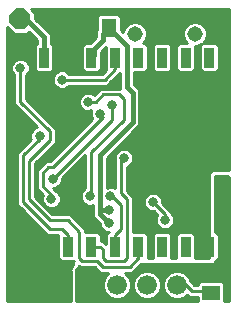
<source format=gbl>
G75*
%MOIN*%
%OFA0B0*%
%FSLAX25Y25*%
%IPPOS*%
%LPD*%
%AMOC8*
5,1,8,0,0,1.08239X$1,22.5*
%
%ADD10C,0.05150*%
%ADD11R,0.05906X0.05118*%
%ADD12R,0.05118X0.06299*%
%ADD13OC8,0.07000*%
%ADD14C,0.06600*%
%ADD15R,0.03200X0.06600*%
%ADD16C,0.01000*%
%ADD17C,0.03175*%
%ADD18C,0.00984*%
%ADD19C,0.01600*%
D10*
X0063894Y0111295D03*
X0083894Y0111295D03*
D11*
X0089150Y0032358D03*
X0089150Y0024878D03*
D12*
X0055193Y0113264D03*
X0047319Y0113264D03*
D13*
X0025665Y0116217D03*
D14*
X0037831Y0027634D03*
X0047831Y0027634D03*
X0057831Y0027634D03*
X0067831Y0027634D03*
X0077831Y0027634D03*
D15*
X0080783Y0040429D03*
X0072909Y0040429D03*
X0065035Y0040429D03*
X0057161Y0040429D03*
X0049287Y0040429D03*
X0041413Y0040429D03*
X0033539Y0040429D03*
X0033539Y0103421D03*
X0041413Y0103421D03*
X0049287Y0103421D03*
X0057161Y0103421D03*
X0065035Y0103421D03*
X0072909Y0103421D03*
X0080783Y0103421D03*
X0088657Y0103421D03*
X0088657Y0040429D03*
D16*
X0021244Y0022228D02*
X0021244Y0113589D01*
X0023601Y0111232D01*
X0027730Y0111232D01*
X0028559Y0112061D01*
X0031255Y0109365D01*
X0031255Y0108136D01*
X0030455Y0107336D01*
X0030455Y0099506D01*
X0031325Y0098637D01*
X0035754Y0098637D01*
X0036624Y0099506D01*
X0036624Y0107336D01*
X0035824Y0108136D01*
X0035824Y0111257D01*
X0030650Y0116431D01*
X0030650Y0118281D01*
X0029277Y0119654D01*
X0095047Y0119654D01*
X0095047Y0066043D01*
X0089801Y0066043D01*
X0088634Y0064876D01*
X0088634Y0036516D01*
X0083868Y0036516D01*
X0083868Y0044344D01*
X0082998Y0045213D01*
X0078569Y0045213D01*
X0077699Y0044344D01*
X0077699Y0036516D01*
X0075994Y0036516D01*
X0075994Y0044344D01*
X0075124Y0045213D01*
X0070695Y0045213D01*
X0069825Y0044344D01*
X0069825Y0036516D01*
X0068120Y0036516D01*
X0068120Y0044344D01*
X0067250Y0045213D01*
X0063075Y0045213D01*
X0063075Y0056996D01*
X0061917Y0058154D01*
X0061106Y0058964D01*
X0061106Y0067043D01*
X0061854Y0067353D01*
X0062718Y0068217D01*
X0063186Y0069346D01*
X0063186Y0070568D01*
X0062718Y0071697D01*
X0061854Y0072561D01*
X0060725Y0073028D01*
X0059503Y0073028D01*
X0058374Y0072561D01*
X0057510Y0071697D01*
X0057043Y0070568D01*
X0057043Y0069346D01*
X0057154Y0069078D01*
X0057154Y0059878D01*
X0056296Y0060233D01*
X0055074Y0060233D01*
X0054524Y0060005D01*
X0054524Y0069995D01*
X0064013Y0079483D01*
X0065351Y0080822D01*
X0065351Y0092556D01*
X0063383Y0094525D01*
X0063383Y0098637D01*
X0067250Y0098637D01*
X0068120Y0099506D01*
X0068120Y0107336D01*
X0067250Y0108205D01*
X0066544Y0108205D01*
X0067335Y0108996D01*
X0067953Y0110488D01*
X0067953Y0112103D01*
X0067335Y0113595D01*
X0066193Y0114736D01*
X0064701Y0115354D01*
X0063086Y0115354D01*
X0061594Y0114736D01*
X0060453Y0113595D01*
X0059835Y0112103D01*
X0059835Y0111852D01*
X0059236Y0112451D01*
X0059236Y0117028D01*
X0058367Y0117898D01*
X0052019Y0117898D01*
X0051150Y0117028D01*
X0051150Y0112451D01*
X0050940Y0112241D01*
X0050940Y0110273D01*
X0048873Y0108205D01*
X0047073Y0108205D01*
X0046203Y0107336D01*
X0046203Y0099506D01*
X0047073Y0098637D01*
X0051502Y0098637D01*
X0052372Y0099506D01*
X0052372Y0103275D01*
X0052556Y0103459D01*
X0052556Y0105428D01*
X0054077Y0106949D01*
X0054077Y0099506D01*
X0054233Y0099351D01*
X0052898Y0098016D01*
X0041812Y0098016D01*
X0041185Y0098643D01*
X0040056Y0099111D01*
X0038834Y0099111D01*
X0037705Y0098643D01*
X0036841Y0097779D01*
X0036373Y0096650D01*
X0036373Y0095428D01*
X0036841Y0094299D01*
X0037705Y0093435D01*
X0038834Y0092968D01*
X0040056Y0092968D01*
X0041185Y0093435D01*
X0041812Y0094063D01*
X0054535Y0094063D01*
X0055693Y0095221D01*
X0058814Y0098342D01*
X0058814Y0093094D01*
X0052406Y0093094D01*
X0050308Y0090997D01*
X0050043Y0091261D01*
X0048914Y0091729D01*
X0047692Y0091729D01*
X0046563Y0091261D01*
X0045699Y0090397D01*
X0045231Y0089268D01*
X0045231Y0088046D01*
X0045699Y0086918D01*
X0046563Y0086053D01*
X0047692Y0085586D01*
X0048914Y0085586D01*
X0049348Y0085766D01*
X0049169Y0085331D01*
X0049169Y0084109D01*
X0049636Y0082981D01*
X0049655Y0082962D01*
X0035673Y0068980D01*
X0034197Y0068980D01*
X0033039Y0067823D01*
X0031071Y0065854D01*
X0031071Y0059788D01*
X0032229Y0058630D01*
X0033263Y0057596D01*
X0032928Y0056788D01*
X0032928Y0055566D01*
X0033396Y0054437D01*
X0034260Y0053573D01*
X0035389Y0053106D01*
X0036611Y0053106D01*
X0037740Y0053573D01*
X0038604Y0054437D01*
X0039072Y0055566D01*
X0039072Y0056788D01*
X0038604Y0057917D01*
X0037740Y0058781D01*
X0037616Y0058832D01*
X0036453Y0059995D01*
X0037103Y0059995D01*
X0038232Y0060463D01*
X0039096Y0061327D01*
X0039564Y0062456D01*
X0039564Y0063344D01*
X0047303Y0071083D01*
X0047303Y0059868D01*
X0047055Y0059765D01*
X0046191Y0058901D01*
X0045724Y0057772D01*
X0045724Y0056550D01*
X0046191Y0055421D01*
X0047055Y0054557D01*
X0048184Y0054090D01*
X0049406Y0054090D01*
X0049956Y0054317D01*
X0049956Y0050310D01*
X0051294Y0048972D01*
X0052121Y0048144D01*
X0052121Y0047692D01*
X0052589Y0046563D01*
X0053453Y0045699D01*
X0054582Y0045231D01*
X0055232Y0045231D01*
X0055214Y0045213D01*
X0054947Y0045213D01*
X0054077Y0044344D01*
X0054077Y0041387D01*
X0053059Y0042405D01*
X0052372Y0042405D01*
X0052372Y0044344D01*
X0051502Y0045213D01*
X0047335Y0045213D01*
X0047335Y0045680D01*
X0047327Y0045688D01*
X0047327Y0046169D01*
X0046169Y0047327D01*
X0042232Y0051264D01*
X0036327Y0051264D01*
X0030594Y0056996D01*
X0030594Y0068154D01*
X0037484Y0075044D01*
X0037484Y0079634D01*
X0027642Y0089476D01*
X0027642Y0097609D01*
X0028269Y0098236D01*
X0028737Y0099365D01*
X0028737Y0100587D01*
X0028269Y0101716D01*
X0027405Y0102580D01*
X0026276Y0103048D01*
X0025054Y0103048D01*
X0023925Y0102580D01*
X0023061Y0101716D01*
X0022594Y0100587D01*
X0022594Y0099365D01*
X0023061Y0098236D01*
X0023689Y0097609D01*
X0023689Y0087839D01*
X0024847Y0086681D01*
X0031216Y0080312D01*
X0030323Y0079943D01*
X0029459Y0079079D01*
X0028991Y0077950D01*
X0028991Y0076728D01*
X0029182Y0076268D01*
X0024673Y0071760D01*
X0024673Y0054374D01*
X0025831Y0053217D01*
X0034689Y0044358D01*
X0038343Y0044358D01*
X0038329Y0044344D01*
X0038329Y0036514D01*
X0039199Y0035645D01*
X0043391Y0035645D01*
X0043523Y0035513D01*
X0043358Y0035349D01*
X0043358Y0034994D01*
X0042729Y0033735D01*
X0042374Y0033380D01*
X0042374Y0033025D01*
X0042215Y0032708D01*
X0042374Y0032232D01*
X0042374Y0022228D01*
X0021244Y0022228D01*
X0021244Y0022755D02*
X0042374Y0022755D01*
X0042374Y0023754D02*
X0021244Y0023754D01*
X0021244Y0024752D02*
X0042374Y0024752D01*
X0042374Y0025751D02*
X0021244Y0025751D01*
X0021244Y0026749D02*
X0042374Y0026749D01*
X0042374Y0027748D02*
X0021244Y0027748D01*
X0021244Y0028746D02*
X0042374Y0028746D01*
X0042374Y0029745D02*
X0021244Y0029745D01*
X0021244Y0030743D02*
X0042374Y0030743D01*
X0042374Y0031742D02*
X0021244Y0031742D01*
X0021244Y0032740D02*
X0042232Y0032740D01*
X0042731Y0033739D02*
X0021244Y0033739D01*
X0021244Y0034738D02*
X0043230Y0034738D01*
X0045350Y0036492D02*
X0045350Y0043382D01*
X0045350Y0044858D01*
X0046776Y0046720D02*
X0052524Y0046720D01*
X0052121Y0047718D02*
X0045778Y0047718D01*
X0044779Y0048717D02*
X0051549Y0048717D01*
X0051294Y0048972D02*
X0051294Y0048972D01*
X0050550Y0049715D02*
X0043781Y0049715D01*
X0042782Y0050714D02*
X0049956Y0050714D01*
X0049956Y0051712D02*
X0035878Y0051712D01*
X0034880Y0052711D02*
X0049956Y0052711D01*
X0049956Y0053709D02*
X0037876Y0053709D01*
X0038716Y0054708D02*
X0046905Y0054708D01*
X0046073Y0055706D02*
X0039072Y0055706D01*
X0039072Y0056705D02*
X0045724Y0056705D01*
X0045724Y0057703D02*
X0038693Y0057703D01*
X0037819Y0058702D02*
X0046109Y0058702D01*
X0046990Y0059700D02*
X0036748Y0059700D01*
X0038468Y0060699D02*
X0047303Y0060699D01*
X0047303Y0061697D02*
X0039250Y0061697D01*
X0039564Y0062696D02*
X0047303Y0062696D01*
X0047303Y0063694D02*
X0039915Y0063694D01*
X0040913Y0064693D02*
X0047303Y0064693D01*
X0047303Y0065691D02*
X0041912Y0065691D01*
X0042910Y0066690D02*
X0047303Y0066690D01*
X0047303Y0067688D02*
X0043909Y0067688D01*
X0044907Y0068687D02*
X0047303Y0068687D01*
X0047303Y0069685D02*
X0045906Y0069685D01*
X0046904Y0070684D02*
X0047303Y0070684D01*
X0049287Y0071925D02*
X0049287Y0058146D01*
X0054524Y0060699D02*
X0057154Y0060699D01*
X0057154Y0061697D02*
X0054524Y0061697D01*
X0054524Y0062696D02*
X0057154Y0062696D01*
X0057154Y0063694D02*
X0054524Y0063694D01*
X0054524Y0064693D02*
X0057154Y0064693D01*
X0057154Y0065691D02*
X0054524Y0065691D01*
X0054524Y0066690D02*
X0057154Y0066690D01*
X0057154Y0067688D02*
X0054524Y0067688D01*
X0054524Y0068687D02*
X0057154Y0068687D01*
X0057043Y0069685D02*
X0054524Y0069685D01*
X0055214Y0070684D02*
X0057091Y0070684D01*
X0057504Y0071682D02*
X0056212Y0071682D01*
X0057211Y0072681D02*
X0058665Y0072681D01*
X0058209Y0073679D02*
X0095047Y0073679D01*
X0095047Y0072681D02*
X0061564Y0072681D01*
X0062724Y0071682D02*
X0095047Y0071682D01*
X0095047Y0070684D02*
X0063138Y0070684D01*
X0063186Y0069685D02*
X0095047Y0069685D01*
X0095047Y0068687D02*
X0062913Y0068687D01*
X0062190Y0067688D02*
X0095047Y0067688D01*
X0095047Y0066690D02*
X0061106Y0066690D01*
X0061106Y0065691D02*
X0089449Y0065691D01*
X0088634Y0064693D02*
X0061106Y0064693D01*
X0061106Y0063694D02*
X0088634Y0063694D01*
X0088634Y0062696D02*
X0061106Y0062696D01*
X0061106Y0061697D02*
X0088634Y0061697D01*
X0088634Y0060699D02*
X0061106Y0060699D01*
X0061106Y0059700D02*
X0088634Y0059700D01*
X0088634Y0058702D02*
X0061369Y0058702D01*
X0062367Y0057703D02*
X0068123Y0057703D01*
X0068217Y0057797D02*
X0067353Y0056933D01*
X0066885Y0055804D01*
X0066885Y0054582D01*
X0067353Y0053453D01*
X0068217Y0052589D01*
X0069346Y0052121D01*
X0070233Y0052121D01*
X0071308Y0051046D01*
X0071290Y0051027D01*
X0070822Y0049898D01*
X0070822Y0048676D01*
X0071290Y0047547D01*
X0072154Y0046683D01*
X0073283Y0046216D01*
X0074505Y0046216D01*
X0075634Y0046683D01*
X0076498Y0047547D01*
X0076965Y0048676D01*
X0076965Y0049898D01*
X0076498Y0051027D01*
X0075870Y0051655D01*
X0075870Y0052075D01*
X0073028Y0054916D01*
X0073028Y0055804D01*
X0072561Y0056933D01*
X0071697Y0057797D01*
X0070568Y0058265D01*
X0069346Y0058265D01*
X0068217Y0057797D01*
X0067258Y0056705D02*
X0063075Y0056705D01*
X0063075Y0055706D02*
X0066885Y0055706D01*
X0066885Y0054708D02*
X0063075Y0054708D01*
X0063075Y0053709D02*
X0067247Y0053709D01*
X0068095Y0052711D02*
X0063075Y0052711D01*
X0063075Y0051712D02*
X0070642Y0051712D01*
X0071160Y0050714D02*
X0063075Y0050714D01*
X0063075Y0049715D02*
X0070822Y0049715D01*
X0070822Y0048717D02*
X0063075Y0048717D01*
X0063075Y0047718D02*
X0071219Y0047718D01*
X0072117Y0046720D02*
X0063075Y0046720D01*
X0063075Y0045721D02*
X0088634Y0045721D01*
X0088634Y0044723D02*
X0083489Y0044723D01*
X0083868Y0043724D02*
X0088634Y0043724D01*
X0088634Y0042726D02*
X0083868Y0042726D01*
X0083868Y0041727D02*
X0088634Y0041727D01*
X0088634Y0040729D02*
X0083868Y0040729D01*
X0083868Y0039730D02*
X0088634Y0039730D01*
X0088634Y0038732D02*
X0083868Y0038732D01*
X0083868Y0037733D02*
X0088634Y0037733D01*
X0088634Y0036735D02*
X0083868Y0036735D01*
X0077699Y0036735D02*
X0075994Y0036735D01*
X0075994Y0037733D02*
X0077699Y0037733D01*
X0077699Y0038732D02*
X0075994Y0038732D01*
X0075994Y0039730D02*
X0077699Y0039730D01*
X0077699Y0040729D02*
X0075994Y0040729D01*
X0075994Y0041727D02*
X0077699Y0041727D01*
X0077699Y0042726D02*
X0075994Y0042726D01*
X0075994Y0043724D02*
X0077699Y0043724D01*
X0078078Y0044723D02*
X0075615Y0044723D01*
X0075670Y0046720D02*
X0088634Y0046720D01*
X0088634Y0047718D02*
X0076568Y0047718D01*
X0076965Y0048717D02*
X0088634Y0048717D01*
X0088634Y0049715D02*
X0076965Y0049715D01*
X0076628Y0050714D02*
X0088634Y0050714D01*
X0088634Y0051712D02*
X0075870Y0051712D01*
X0075234Y0052711D02*
X0088634Y0052711D01*
X0088634Y0053709D02*
X0074235Y0053709D01*
X0073237Y0054708D02*
X0088634Y0054708D01*
X0088634Y0055706D02*
X0073028Y0055706D01*
X0072655Y0056705D02*
X0088634Y0056705D01*
X0088634Y0057703D02*
X0071790Y0057703D01*
X0070204Y0044723D02*
X0067741Y0044723D01*
X0068120Y0043724D02*
X0069825Y0043724D01*
X0069825Y0042726D02*
X0068120Y0042726D01*
X0068120Y0041727D02*
X0069825Y0041727D01*
X0069825Y0040729D02*
X0068120Y0040729D01*
X0068120Y0039730D02*
X0069825Y0039730D01*
X0069825Y0038732D02*
X0068120Y0038732D01*
X0068120Y0037733D02*
X0069825Y0037733D01*
X0069825Y0036735D02*
X0068120Y0036735D01*
X0054456Y0044723D02*
X0051993Y0044723D01*
X0052372Y0043724D02*
X0054077Y0043724D01*
X0054077Y0042726D02*
X0052372Y0042726D01*
X0053737Y0041727D02*
X0054077Y0041727D01*
X0053431Y0045721D02*
X0047327Y0045721D01*
X0039107Y0035736D02*
X0021244Y0035736D01*
X0021244Y0036735D02*
X0038329Y0036735D01*
X0038329Y0037733D02*
X0021244Y0037733D01*
X0021244Y0038732D02*
X0038329Y0038732D01*
X0038329Y0039730D02*
X0021244Y0039730D01*
X0021244Y0040729D02*
X0038329Y0040729D01*
X0038329Y0041727D02*
X0021244Y0041727D01*
X0021244Y0042726D02*
X0038329Y0042726D01*
X0038329Y0043724D02*
X0021244Y0043724D01*
X0021244Y0044723D02*
X0034325Y0044723D01*
X0033326Y0045721D02*
X0021244Y0045721D01*
X0021244Y0046720D02*
X0032328Y0046720D01*
X0031329Y0047718D02*
X0021244Y0047718D01*
X0021244Y0048717D02*
X0030331Y0048717D01*
X0029332Y0049715D02*
X0021244Y0049715D01*
X0021244Y0050714D02*
X0028334Y0050714D01*
X0027335Y0051712D02*
X0021244Y0051712D01*
X0021244Y0052711D02*
X0026337Y0052711D01*
X0025338Y0053709D02*
X0021244Y0053709D01*
X0021244Y0054708D02*
X0024673Y0054708D01*
X0024673Y0055706D02*
X0021244Y0055706D01*
X0021244Y0056705D02*
X0024673Y0056705D01*
X0024673Y0057703D02*
X0021244Y0057703D01*
X0021244Y0058702D02*
X0024673Y0058702D01*
X0024673Y0059700D02*
X0021244Y0059700D01*
X0021244Y0060699D02*
X0024673Y0060699D01*
X0024673Y0061697D02*
X0021244Y0061697D01*
X0021244Y0062696D02*
X0024673Y0062696D01*
X0024673Y0063694D02*
X0021244Y0063694D01*
X0021244Y0064693D02*
X0024673Y0064693D01*
X0024673Y0065691D02*
X0021244Y0065691D01*
X0021244Y0066690D02*
X0024673Y0066690D01*
X0024673Y0067688D02*
X0021244Y0067688D01*
X0021244Y0068687D02*
X0024673Y0068687D01*
X0024673Y0069685D02*
X0021244Y0069685D01*
X0021244Y0070684D02*
X0024673Y0070684D01*
X0024673Y0071682D02*
X0021244Y0071682D01*
X0021244Y0072681D02*
X0025595Y0072681D01*
X0026593Y0073679D02*
X0021244Y0073679D01*
X0021244Y0074678D02*
X0027592Y0074678D01*
X0028590Y0075676D02*
X0021244Y0075676D01*
X0021244Y0076675D02*
X0029013Y0076675D01*
X0028991Y0077673D02*
X0021244Y0077673D01*
X0021244Y0078672D02*
X0029291Y0078672D01*
X0030051Y0079671D02*
X0021244Y0079671D01*
X0021244Y0080669D02*
X0030859Y0080669D01*
X0029860Y0081668D02*
X0021244Y0081668D01*
X0021244Y0082666D02*
X0028862Y0082666D01*
X0027863Y0083665D02*
X0021244Y0083665D01*
X0021244Y0084663D02*
X0026865Y0084663D01*
X0025866Y0085662D02*
X0021244Y0085662D01*
X0021244Y0086660D02*
X0024868Y0086660D01*
X0023869Y0087659D02*
X0021244Y0087659D01*
X0021244Y0088657D02*
X0023689Y0088657D01*
X0023689Y0089656D02*
X0021244Y0089656D01*
X0021244Y0090654D02*
X0023689Y0090654D01*
X0023689Y0091653D02*
X0021244Y0091653D01*
X0021244Y0092651D02*
X0023689Y0092651D01*
X0023689Y0093650D02*
X0021244Y0093650D01*
X0021244Y0094648D02*
X0023689Y0094648D01*
X0023689Y0095647D02*
X0021244Y0095647D01*
X0021244Y0096645D02*
X0023689Y0096645D01*
X0023654Y0097644D02*
X0021244Y0097644D01*
X0021244Y0098642D02*
X0022893Y0098642D01*
X0022594Y0099641D02*
X0021244Y0099641D01*
X0021244Y0100639D02*
X0022615Y0100639D01*
X0023029Y0101638D02*
X0021244Y0101638D01*
X0021244Y0102636D02*
X0024060Y0102636D01*
X0021244Y0103635D02*
X0030455Y0103635D01*
X0030455Y0104633D02*
X0021244Y0104633D01*
X0021244Y0105632D02*
X0030455Y0105632D01*
X0030455Y0106630D02*
X0021244Y0106630D01*
X0021244Y0107629D02*
X0030748Y0107629D01*
X0031255Y0108627D02*
X0021244Y0108627D01*
X0021244Y0109626D02*
X0030994Y0109626D01*
X0029996Y0110624D02*
X0021244Y0110624D01*
X0021244Y0111623D02*
X0023210Y0111623D01*
X0022212Y0112621D02*
X0021244Y0112621D01*
X0028120Y0111623D02*
X0028997Y0111623D01*
X0032462Y0114618D02*
X0051150Y0114618D01*
X0051150Y0113620D02*
X0033461Y0113620D01*
X0034459Y0112621D02*
X0051150Y0112621D01*
X0050940Y0111623D02*
X0035458Y0111623D01*
X0035824Y0110624D02*
X0050940Y0110624D01*
X0050293Y0109626D02*
X0035824Y0109626D01*
X0035824Y0108627D02*
X0049295Y0108627D01*
X0046496Y0107629D02*
X0036331Y0107629D01*
X0036624Y0106630D02*
X0046203Y0106630D01*
X0046203Y0105632D02*
X0036624Y0105632D01*
X0036624Y0104633D02*
X0046203Y0104633D01*
X0046203Y0103635D02*
X0036624Y0103635D01*
X0036624Y0102636D02*
X0046203Y0102636D01*
X0046203Y0101638D02*
X0036624Y0101638D01*
X0036624Y0100639D02*
X0046203Y0100639D01*
X0046203Y0099641D02*
X0036624Y0099641D01*
X0035759Y0098642D02*
X0037704Y0098642D01*
X0036785Y0097644D02*
X0027677Y0097644D01*
X0027642Y0096645D02*
X0036373Y0096645D01*
X0036373Y0095647D02*
X0027642Y0095647D01*
X0027642Y0094648D02*
X0036696Y0094648D01*
X0037491Y0093650D02*
X0027642Y0093650D01*
X0027642Y0092651D02*
X0051962Y0092651D01*
X0050964Y0091653D02*
X0049099Y0091653D01*
X0047508Y0091653D02*
X0027642Y0091653D01*
X0027642Y0090654D02*
X0045956Y0090654D01*
X0045392Y0089656D02*
X0027642Y0089656D01*
X0028461Y0088657D02*
X0045231Y0088657D01*
X0045392Y0087659D02*
X0029459Y0087659D01*
X0030458Y0086660D02*
X0045957Y0086660D01*
X0047509Y0085662D02*
X0031456Y0085662D01*
X0032455Y0084663D02*
X0049169Y0084663D01*
X0049097Y0085662D02*
X0049305Y0085662D01*
X0049353Y0083665D02*
X0033453Y0083665D01*
X0034452Y0082666D02*
X0049359Y0082666D01*
X0048361Y0081668D02*
X0035450Y0081668D01*
X0036449Y0080669D02*
X0047362Y0080669D01*
X0046364Y0079671D02*
X0037447Y0079671D01*
X0037484Y0078672D02*
X0045365Y0078672D01*
X0044367Y0077673D02*
X0037484Y0077673D01*
X0037484Y0076675D02*
X0043368Y0076675D01*
X0042370Y0075676D02*
X0037484Y0075676D01*
X0037119Y0074678D02*
X0041371Y0074678D01*
X0040373Y0073679D02*
X0036120Y0073679D01*
X0035122Y0072681D02*
X0039374Y0072681D01*
X0038376Y0071682D02*
X0034123Y0071682D01*
X0033125Y0070684D02*
X0037377Y0070684D01*
X0036379Y0069685D02*
X0032126Y0069685D01*
X0031128Y0068687D02*
X0033904Y0068687D01*
X0032905Y0067688D02*
X0030594Y0067688D01*
X0030594Y0066690D02*
X0031907Y0066690D01*
X0031071Y0065691D02*
X0030594Y0065691D01*
X0030594Y0064693D02*
X0031071Y0064693D01*
X0031071Y0063694D02*
X0030594Y0063694D01*
X0030594Y0062696D02*
X0031071Y0062696D01*
X0031071Y0061697D02*
X0030594Y0061697D01*
X0030594Y0060699D02*
X0031071Y0060699D01*
X0031158Y0059700D02*
X0030594Y0059700D01*
X0030594Y0058702D02*
X0032157Y0058702D01*
X0033155Y0057703D02*
X0030594Y0057703D01*
X0030886Y0056705D02*
X0032928Y0056705D01*
X0032928Y0055706D02*
X0031884Y0055706D01*
X0032883Y0054708D02*
X0033284Y0054708D01*
X0033881Y0053709D02*
X0034124Y0053709D01*
X0049287Y0071925D02*
X0060114Y0082752D01*
X0060114Y0089642D01*
X0058814Y0093650D02*
X0041399Y0093650D01*
X0041186Y0098642D02*
X0047067Y0098642D01*
X0051507Y0098642D02*
X0053524Y0098642D01*
X0054077Y0099641D02*
X0052372Y0099641D01*
X0052372Y0100639D02*
X0054077Y0100639D01*
X0054077Y0101638D02*
X0052372Y0101638D01*
X0052372Y0102636D02*
X0054077Y0102636D01*
X0054077Y0103635D02*
X0052556Y0103635D01*
X0052556Y0104633D02*
X0054077Y0104633D01*
X0054077Y0105632D02*
X0052760Y0105632D01*
X0053758Y0106630D02*
X0054077Y0106630D01*
X0059236Y0112621D02*
X0060050Y0112621D01*
X0060478Y0113620D02*
X0059236Y0113620D01*
X0059236Y0114618D02*
X0061476Y0114618D01*
X0059236Y0115617D02*
X0095047Y0115617D01*
X0095047Y0116615D02*
X0059236Y0116615D01*
X0058650Y0117614D02*
X0095047Y0117614D01*
X0095047Y0118612D02*
X0030318Y0118612D01*
X0030650Y0117614D02*
X0051735Y0117614D01*
X0051150Y0116615D02*
X0030650Y0116615D01*
X0031464Y0115617D02*
X0051150Y0115617D01*
X0066311Y0114618D02*
X0081476Y0114618D01*
X0081594Y0114736D02*
X0080453Y0113595D01*
X0079835Y0112103D01*
X0079835Y0110488D01*
X0080453Y0108996D01*
X0081243Y0108205D01*
X0078569Y0108205D01*
X0077699Y0107336D01*
X0077699Y0099506D01*
X0078569Y0098637D01*
X0082998Y0098637D01*
X0083868Y0099506D01*
X0083868Y0107236D01*
X0084701Y0107236D01*
X0086020Y0107782D01*
X0085573Y0107336D01*
X0085573Y0099506D01*
X0086443Y0098637D01*
X0090872Y0098637D01*
X0091742Y0099506D01*
X0091742Y0107336D01*
X0090872Y0108205D01*
X0086544Y0108205D01*
X0087335Y0108996D01*
X0087953Y0110488D01*
X0087953Y0112103D01*
X0087335Y0113595D01*
X0086193Y0114736D01*
X0084701Y0115354D01*
X0083086Y0115354D01*
X0081594Y0114736D01*
X0080478Y0113620D02*
X0067309Y0113620D01*
X0067738Y0112621D02*
X0080050Y0112621D01*
X0079835Y0111623D02*
X0067953Y0111623D01*
X0067953Y0110624D02*
X0079835Y0110624D01*
X0080192Y0109626D02*
X0067596Y0109626D01*
X0066966Y0108627D02*
X0080821Y0108627D01*
X0077992Y0107629D02*
X0075701Y0107629D01*
X0075994Y0107336D02*
X0075124Y0108205D01*
X0070695Y0108205D01*
X0069825Y0107336D01*
X0069825Y0099506D01*
X0070695Y0098637D01*
X0075124Y0098637D01*
X0075994Y0099506D01*
X0075994Y0107336D01*
X0075994Y0106630D02*
X0077699Y0106630D01*
X0077699Y0105632D02*
X0075994Y0105632D01*
X0075994Y0104633D02*
X0077699Y0104633D01*
X0077699Y0103635D02*
X0075994Y0103635D01*
X0075994Y0102636D02*
X0077699Y0102636D01*
X0077699Y0101638D02*
X0075994Y0101638D01*
X0075994Y0100639D02*
X0077699Y0100639D01*
X0077699Y0099641D02*
X0075994Y0099641D01*
X0075129Y0098642D02*
X0078563Y0098642D01*
X0083003Y0098642D02*
X0086437Y0098642D01*
X0085573Y0099641D02*
X0083868Y0099641D01*
X0083868Y0100639D02*
X0085573Y0100639D01*
X0085573Y0101638D02*
X0083868Y0101638D01*
X0083868Y0102636D02*
X0085573Y0102636D01*
X0085573Y0103635D02*
X0083868Y0103635D01*
X0083868Y0104633D02*
X0085573Y0104633D01*
X0085573Y0105632D02*
X0083868Y0105632D01*
X0083868Y0106630D02*
X0085573Y0106630D01*
X0085649Y0107629D02*
X0085866Y0107629D01*
X0086966Y0108627D02*
X0095047Y0108627D01*
X0095047Y0107629D02*
X0091449Y0107629D01*
X0091742Y0106630D02*
X0095047Y0106630D01*
X0095047Y0105632D02*
X0091742Y0105632D01*
X0091742Y0104633D02*
X0095047Y0104633D01*
X0095047Y0103635D02*
X0091742Y0103635D01*
X0091742Y0102636D02*
X0095047Y0102636D01*
X0095047Y0101638D02*
X0091742Y0101638D01*
X0091742Y0100639D02*
X0095047Y0100639D01*
X0095047Y0099641D02*
X0091742Y0099641D01*
X0090877Y0098642D02*
X0095047Y0098642D01*
X0095047Y0097644D02*
X0063383Y0097644D01*
X0063383Y0096645D02*
X0095047Y0096645D01*
X0095047Y0095647D02*
X0063383Y0095647D01*
X0063383Y0094648D02*
X0095047Y0094648D01*
X0095047Y0093650D02*
X0064258Y0093650D01*
X0065256Y0092651D02*
X0095047Y0092651D01*
X0095047Y0091653D02*
X0065351Y0091653D01*
X0065351Y0090654D02*
X0095047Y0090654D01*
X0095047Y0089656D02*
X0065351Y0089656D01*
X0065351Y0088657D02*
X0095047Y0088657D01*
X0095047Y0087659D02*
X0065351Y0087659D01*
X0065351Y0086660D02*
X0095047Y0086660D01*
X0095047Y0085662D02*
X0065351Y0085662D01*
X0065351Y0084663D02*
X0095047Y0084663D01*
X0095047Y0083665D02*
X0065351Y0083665D01*
X0065351Y0082666D02*
X0095047Y0082666D01*
X0095047Y0081668D02*
X0065351Y0081668D01*
X0065199Y0080669D02*
X0095047Y0080669D01*
X0095047Y0079671D02*
X0064200Y0079671D01*
X0063202Y0078672D02*
X0095047Y0078672D01*
X0095047Y0077673D02*
X0062203Y0077673D01*
X0061205Y0076675D02*
X0095047Y0076675D01*
X0095047Y0075676D02*
X0060206Y0075676D01*
X0059208Y0074678D02*
X0095047Y0074678D01*
X0070689Y0098642D02*
X0067255Y0098642D01*
X0068120Y0099641D02*
X0069825Y0099641D01*
X0069825Y0100639D02*
X0068120Y0100639D01*
X0068120Y0101638D02*
X0069825Y0101638D01*
X0069825Y0102636D02*
X0068120Y0102636D01*
X0068120Y0103635D02*
X0069825Y0103635D01*
X0069825Y0104633D02*
X0068120Y0104633D01*
X0068120Y0105632D02*
X0069825Y0105632D01*
X0069825Y0106630D02*
X0068120Y0106630D01*
X0067827Y0107629D02*
X0070118Y0107629D01*
X0058814Y0097644D02*
X0058116Y0097644D01*
X0058814Y0096645D02*
X0057117Y0096645D01*
X0056119Y0095647D02*
X0058814Y0095647D01*
X0058814Y0094648D02*
X0055120Y0094648D01*
X0050272Y0088657D02*
X0048303Y0088657D01*
X0031319Y0098642D02*
X0028437Y0098642D01*
X0028737Y0099641D02*
X0030455Y0099641D01*
X0030455Y0100639D02*
X0028716Y0100639D01*
X0028302Y0101638D02*
X0030455Y0101638D01*
X0030455Y0102636D02*
X0027270Y0102636D01*
X0029320Y0119611D02*
X0095047Y0119611D01*
X0095047Y0114618D02*
X0086311Y0114618D01*
X0087309Y0113620D02*
X0095047Y0113620D01*
X0095047Y0112621D02*
X0087738Y0112621D01*
X0087953Y0111623D02*
X0095047Y0111623D01*
X0095047Y0110624D02*
X0087953Y0110624D01*
X0087596Y0109626D02*
X0095047Y0109626D01*
D17*
X0090626Y0115232D03*
X0073894Y0115232D03*
X0083736Y0088165D03*
X0074878Y0062575D03*
X0069957Y0055193D03*
X0073894Y0049287D03*
X0079307Y0049287D03*
X0094071Y0054701D03*
X0094071Y0059622D03*
X0060114Y0069957D03*
X0055685Y0057161D03*
X0055193Y0052732D03*
X0055193Y0048303D03*
X0048795Y0057161D03*
X0036000Y0056177D03*
X0036492Y0063067D03*
X0032063Y0077339D03*
X0022713Y0077831D03*
X0039445Y0096039D03*
X0048303Y0088657D03*
X0052240Y0084720D03*
X0056177Y0087673D03*
X0025665Y0099976D03*
D18*
X0025665Y0088657D01*
X0035508Y0078815D01*
X0035508Y0075862D01*
X0028618Y0068972D01*
X0028618Y0056177D01*
X0035508Y0049287D01*
X0041413Y0049287D01*
X0045350Y0045350D01*
X0045350Y0043382D01*
X0041413Y0044366D02*
X0041413Y0040429D01*
X0041413Y0044366D02*
X0039445Y0046335D01*
X0035508Y0046335D01*
X0026650Y0055193D01*
X0026650Y0070941D01*
X0032063Y0076354D01*
X0032063Y0077339D01*
X0035016Y0067004D02*
X0036492Y0067004D01*
X0053224Y0083736D01*
X0052240Y0084720D01*
X0050764Y0088657D02*
X0050272Y0088657D01*
X0050764Y0088657D02*
X0053224Y0091118D01*
X0058638Y0091118D01*
X0060114Y0089642D01*
X0056177Y0087673D02*
X0056177Y0082752D01*
X0036492Y0063067D01*
X0033047Y0065035D02*
X0033047Y0060606D01*
X0036000Y0057654D01*
X0036000Y0056177D01*
X0033047Y0065035D02*
X0035016Y0067004D01*
X0048795Y0057161D02*
X0049287Y0057654D01*
X0049287Y0058146D01*
X0055685Y0057161D02*
X0056177Y0057161D01*
X0059130Y0054209D01*
X0059130Y0046335D01*
X0057161Y0044366D01*
X0057161Y0040429D01*
X0053224Y0039445D02*
X0053224Y0036492D01*
X0054209Y0035508D01*
X0060114Y0035508D01*
X0061098Y0036492D01*
X0061098Y0056177D01*
X0059130Y0058146D01*
X0059130Y0068972D01*
X0060114Y0069957D01*
X0069957Y0055193D02*
X0073894Y0051256D01*
X0073894Y0049287D01*
X0065035Y0040429D02*
X0065035Y0036492D01*
X0062083Y0033539D01*
X0053224Y0033539D01*
X0051256Y0035508D01*
X0046335Y0035508D01*
X0045350Y0036492D01*
X0045071Y0033965D02*
X0045513Y0033524D01*
X0050434Y0033524D01*
X0051240Y0032717D01*
X0052402Y0031555D01*
X0054975Y0031555D01*
X0053768Y0030348D01*
X0053039Y0028587D01*
X0053039Y0026681D01*
X0053768Y0024919D01*
X0055116Y0023571D01*
X0056877Y0022842D01*
X0058784Y0022842D01*
X0060545Y0023571D01*
X0061893Y0024919D01*
X0062623Y0026681D01*
X0062623Y0028587D01*
X0061893Y0030348D01*
X0060687Y0031555D01*
X0062905Y0031555D01*
X0065857Y0034508D01*
X0065873Y0034524D01*
X0090626Y0034524D01*
X0090626Y0035637D01*
X0090876Y0035637D01*
X0091750Y0036511D01*
X0091750Y0044347D01*
X0090876Y0045221D01*
X0090626Y0045221D01*
X0090626Y0064051D01*
X0094563Y0064051D01*
X0095055Y0063559D01*
X0095055Y0022220D01*
X0093594Y0022220D01*
X0093594Y0028055D01*
X0092720Y0028929D01*
X0085579Y0028929D01*
X0084705Y0028055D01*
X0084705Y0027650D01*
X0083574Y0027650D01*
X0082768Y0028456D01*
X0082613Y0028610D01*
X0081893Y0030348D01*
X0080545Y0031696D01*
X0078784Y0032426D01*
X0076877Y0032426D01*
X0075116Y0031696D01*
X0073768Y0030348D01*
X0073039Y0028587D01*
X0073039Y0026681D01*
X0073768Y0024919D01*
X0075116Y0023571D01*
X0076877Y0022842D01*
X0078784Y0022842D01*
X0080545Y0023571D01*
X0081293Y0024319D01*
X0081930Y0023681D01*
X0084705Y0023681D01*
X0084705Y0022220D01*
X0044366Y0022220D01*
X0044366Y0032555D01*
X0045071Y0033965D01*
X0044848Y0033519D02*
X0050439Y0033519D01*
X0051240Y0032717D02*
X0051240Y0032717D01*
X0051422Y0032536D02*
X0044366Y0032536D01*
X0044366Y0031553D02*
X0054973Y0031553D01*
X0053990Y0030570D02*
X0044366Y0030570D01*
X0044366Y0029587D02*
X0053453Y0029587D01*
X0053046Y0028605D02*
X0044366Y0028605D01*
X0044366Y0027622D02*
X0053039Y0027622D01*
X0053056Y0026639D02*
X0044366Y0026639D01*
X0044366Y0025656D02*
X0053463Y0025656D01*
X0054014Y0024674D02*
X0044366Y0024674D01*
X0044366Y0023691D02*
X0054997Y0023691D01*
X0060665Y0023691D02*
X0064997Y0023691D01*
X0065116Y0023571D02*
X0066877Y0022842D01*
X0068784Y0022842D01*
X0070545Y0023571D01*
X0071893Y0024919D01*
X0072623Y0026681D01*
X0072623Y0028587D01*
X0071893Y0030348D01*
X0070545Y0031696D01*
X0068784Y0032426D01*
X0066877Y0032426D01*
X0065116Y0031696D01*
X0063768Y0030348D01*
X0063039Y0028587D01*
X0063039Y0026681D01*
X0063768Y0024919D01*
X0065116Y0023571D01*
X0064014Y0024674D02*
X0061648Y0024674D01*
X0062199Y0025656D02*
X0063463Y0025656D01*
X0063056Y0026639D02*
X0062606Y0026639D01*
X0062623Y0027622D02*
X0063039Y0027622D01*
X0063046Y0028605D02*
X0062616Y0028605D01*
X0062208Y0029587D02*
X0063453Y0029587D01*
X0063990Y0030570D02*
X0061671Y0030570D01*
X0060689Y0031553D02*
X0064973Y0031553D01*
X0063885Y0032536D02*
X0095055Y0032536D01*
X0095055Y0033519D02*
X0064868Y0033519D01*
X0065851Y0034501D02*
X0095055Y0034501D01*
X0095055Y0035484D02*
X0090626Y0035484D01*
X0091705Y0036467D02*
X0095055Y0036467D01*
X0095055Y0037450D02*
X0091750Y0037450D01*
X0091750Y0038432D02*
X0095055Y0038432D01*
X0095055Y0039415D02*
X0091750Y0039415D01*
X0091750Y0040398D02*
X0095055Y0040398D01*
X0095055Y0041381D02*
X0091750Y0041381D01*
X0091750Y0042363D02*
X0095055Y0042363D01*
X0095055Y0043346D02*
X0091750Y0043346D01*
X0091750Y0044329D02*
X0095055Y0044329D01*
X0095055Y0045312D02*
X0090626Y0045312D01*
X0090626Y0046294D02*
X0095055Y0046294D01*
X0095055Y0047277D02*
X0090626Y0047277D01*
X0090626Y0048260D02*
X0095055Y0048260D01*
X0095055Y0049243D02*
X0090626Y0049243D01*
X0090626Y0050226D02*
X0095055Y0050226D01*
X0095055Y0051208D02*
X0090626Y0051208D01*
X0090626Y0052191D02*
X0095055Y0052191D01*
X0095055Y0053174D02*
X0090626Y0053174D01*
X0090626Y0054157D02*
X0095055Y0054157D01*
X0095055Y0055139D02*
X0090626Y0055139D01*
X0090626Y0056122D02*
X0095055Y0056122D01*
X0095055Y0057105D02*
X0090626Y0057105D01*
X0090626Y0058088D02*
X0095055Y0058088D01*
X0095055Y0059070D02*
X0090626Y0059070D01*
X0090626Y0060053D02*
X0095055Y0060053D01*
X0095055Y0061036D02*
X0090626Y0061036D01*
X0090626Y0062019D02*
X0095055Y0062019D01*
X0095055Y0063001D02*
X0090626Y0063001D01*
X0090626Y0063984D02*
X0094630Y0063984D01*
X0095055Y0031553D02*
X0080689Y0031553D01*
X0081671Y0030570D02*
X0095055Y0030570D01*
X0095055Y0029587D02*
X0082208Y0029587D01*
X0082619Y0028605D02*
X0085254Y0028605D01*
X0082768Y0028456D02*
X0082768Y0028456D01*
X0080783Y0027634D02*
X0082752Y0025665D01*
X0088362Y0025665D01*
X0089150Y0024878D01*
X0084705Y0022708D02*
X0044366Y0022708D01*
X0053224Y0039445D02*
X0052240Y0040429D01*
X0049287Y0040429D01*
X0070689Y0031553D02*
X0074973Y0031553D01*
X0073990Y0030570D02*
X0071671Y0030570D01*
X0072208Y0029587D02*
X0073453Y0029587D01*
X0073046Y0028605D02*
X0072616Y0028605D01*
X0072623Y0027622D02*
X0073039Y0027622D01*
X0073056Y0026639D02*
X0072606Y0026639D01*
X0072199Y0025656D02*
X0073463Y0025656D01*
X0074014Y0024674D02*
X0071648Y0024674D01*
X0070665Y0023691D02*
X0074997Y0023691D01*
X0077831Y0027634D02*
X0080783Y0027634D01*
X0080665Y0023691D02*
X0081920Y0023691D01*
X0093045Y0028605D02*
X0095055Y0028605D01*
X0095055Y0027622D02*
X0093594Y0027622D01*
X0093594Y0026639D02*
X0095055Y0026639D01*
X0095055Y0025656D02*
X0093594Y0025656D01*
X0093594Y0024674D02*
X0095055Y0024674D01*
X0095055Y0023691D02*
X0093594Y0023691D01*
X0093594Y0022708D02*
X0095055Y0022708D01*
X0053717Y0096039D02*
X0039445Y0096039D01*
X0053717Y0096039D02*
X0057161Y0099484D01*
X0057161Y0103421D01*
D19*
X0061098Y0107358D02*
X0055193Y0113264D01*
X0053224Y0111295D01*
X0053224Y0109327D01*
X0050272Y0106374D01*
X0050272Y0104406D01*
X0049287Y0103421D01*
X0061098Y0107358D02*
X0061098Y0093579D01*
X0063067Y0091610D01*
X0063067Y0081768D01*
X0052240Y0070941D01*
X0052240Y0053224D01*
X0052732Y0052732D01*
X0055193Y0052732D01*
X0052240Y0053224D02*
X0052240Y0051256D01*
X0055193Y0048303D01*
X0033539Y0103421D02*
X0033539Y0110311D01*
X0027634Y0116217D01*
X0025665Y0116217D01*
M02*

</source>
